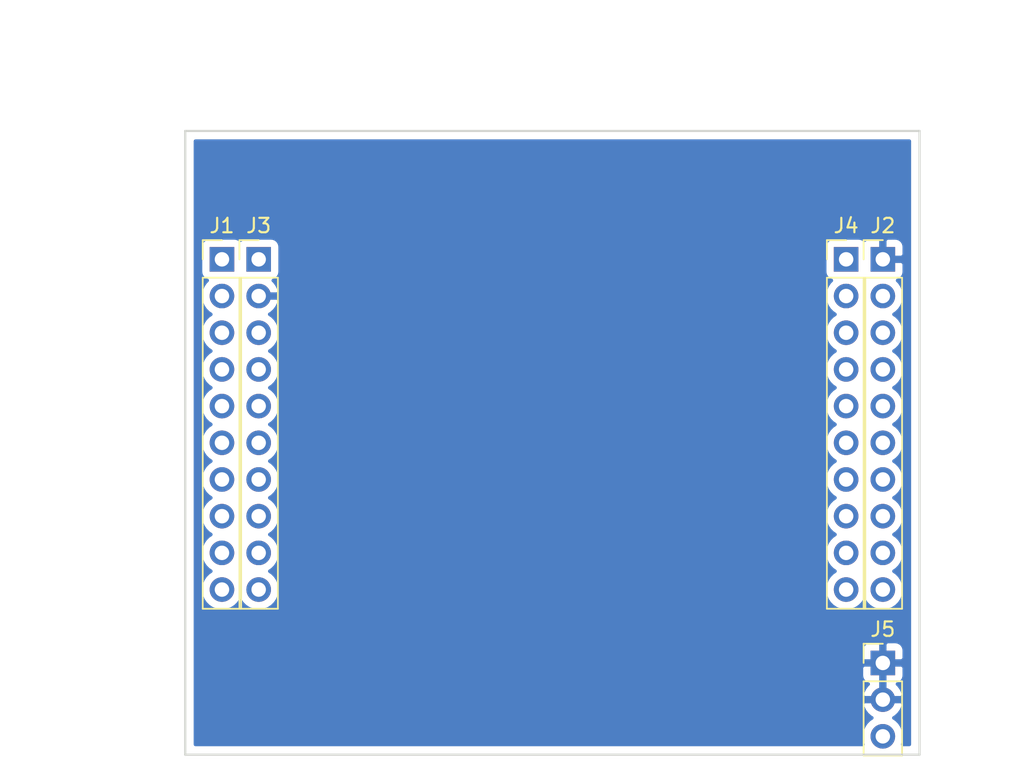
<source format=kicad_pcb>
(kicad_pcb (version 20171130) (host pcbnew "(5.1.6)-1")

  (general
    (thickness 1.6)
    (drawings 10)
    (tracks 0)
    (zones 0)
    (modules 5)
    (nets 3)
  )

  (page A3)
  (layers
    (0 F.Cu signal)
    (31 B.Cu signal)
    (32 B.Adhes user)
    (33 F.Adhes user)
    (34 B.Paste user)
    (35 F.Paste user)
    (36 B.SilkS user)
    (37 F.SilkS user)
    (38 B.Mask user)
    (39 F.Mask user)
    (40 Dwgs.User user)
    (41 Cmts.User user)
    (42 Eco1.User user)
    (43 Eco2.User user)
    (44 Edge.Cuts user)
    (45 Margin user)
    (46 B.CrtYd user)
    (47 F.CrtYd user)
  )

  (setup
    (last_trace_width 0.254)
    (trace_clearance 0.254)
    (zone_clearance 0.508)
    (zone_45_only no)
    (trace_min 0.254)
    (via_size 0.889)
    (via_drill 0.635)
    (via_min_size 0.889)
    (via_min_drill 0.508)
    (uvia_size 0.508)
    (uvia_drill 0.127)
    (uvias_allowed no)
    (uvia_min_size 0.508)
    (uvia_min_drill 0.127)
    (edge_width 0.14986)
    (segment_width 0.20066)
    (pcb_text_width 0.254)
    (pcb_text_size 1.27 1.27)
    (mod_edge_width 0.14986)
    (mod_text_size 1.27 1.27)
    (mod_text_width 0.254)
    (pad_size 1 1)
    (pad_drill 0.6)
    (pad_to_mask_clearance 0)
    (aux_axis_origin 0 0)
    (visible_elements 7FFFFFFF)
    (pcbplotparams
      (layerselection 0x00030_ffffffff)
      (usegerberextensions true)
      (usegerberattributes false)
      (usegerberadvancedattributes false)
      (creategerberjobfile false)
      (excludeedgelayer true)
      (linewidth 0.150000)
      (plotframeref false)
      (viasonmask false)
      (mode 1)
      (useauxorigin false)
      (hpglpennumber 1)
      (hpglpenspeed 20)
      (hpglpendiameter 15.000000)
      (psnegative false)
      (psa4output false)
      (plotreference true)
      (plotvalue true)
      (plotinvisibletext false)
      (padsonsilk false)
      (subtractmaskfromsilk false)
      (outputformat 1)
      (mirror false)
      (drillshape 1)
      (scaleselection 1)
      (outputdirectory ""))
  )

  (net 0 "")
  (net 1 GND)
  (net 2 VCC)

  (net_class Default "This is the default net class."
    (clearance 0.254)
    (trace_width 0.254)
    (via_dia 0.889)
    (via_drill 0.635)
    (uvia_dia 0.508)
    (uvia_drill 0.127)
    (diff_pair_width 0.254)
    (diff_pair_gap 0.254)
    (add_net GND)
    (add_net VCC)
  )

  (module Connector_PinHeader_2.54mm:PinHeader_1x03_P2.54mm_Vertical (layer F.Cu) (tedit 59FED5CC) (tstamp 5F1461EA)
    (at 231.14 149.86)
    (descr "Through hole straight pin header, 1x03, 2.54mm pitch, single row")
    (tags "Through hole pin header THT 1x03 2.54mm single row")
    (path /5F1555B0)
    (fp_text reference J5 (at 0 -2.33) (layer F.SilkS)
      (effects (font (size 1 1) (thickness 0.15)))
    )
    (fp_text value Conn_01x03 (at 0 7.41) (layer F.Fab)
      (effects (font (size 1 1) (thickness 0.15)))
    )
    (fp_text user %R (at 0 2.54 90) (layer F.Fab)
      (effects (font (size 1 1) (thickness 0.15)))
    )
    (fp_line (start -0.635 -1.27) (end 1.27 -1.27) (layer F.Fab) (width 0.1))
    (fp_line (start 1.27 -1.27) (end 1.27 6.35) (layer F.Fab) (width 0.1))
    (fp_line (start 1.27 6.35) (end -1.27 6.35) (layer F.Fab) (width 0.1))
    (fp_line (start -1.27 6.35) (end -1.27 -0.635) (layer F.Fab) (width 0.1))
    (fp_line (start -1.27 -0.635) (end -0.635 -1.27) (layer F.Fab) (width 0.1))
    (fp_line (start -1.33 6.41) (end 1.33 6.41) (layer F.SilkS) (width 0.12))
    (fp_line (start -1.33 1.27) (end -1.33 6.41) (layer F.SilkS) (width 0.12))
    (fp_line (start 1.33 1.27) (end 1.33 6.41) (layer F.SilkS) (width 0.12))
    (fp_line (start -1.33 1.27) (end 1.33 1.27) (layer F.SilkS) (width 0.12))
    (fp_line (start -1.33 0) (end -1.33 -1.33) (layer F.SilkS) (width 0.12))
    (fp_line (start -1.33 -1.33) (end 0 -1.33) (layer F.SilkS) (width 0.12))
    (fp_line (start -1.8 -1.8) (end -1.8 6.85) (layer F.CrtYd) (width 0.05))
    (fp_line (start -1.8 6.85) (end 1.8 6.85) (layer F.CrtYd) (width 0.05))
    (fp_line (start 1.8 6.85) (end 1.8 -1.8) (layer F.CrtYd) (width 0.05))
    (fp_line (start 1.8 -1.8) (end -1.8 -1.8) (layer F.CrtYd) (width 0.05))
    (pad 3 thru_hole oval (at 0 5.08) (size 1.7 1.7) (drill 1) (layers *.Cu *.Mask)
      (net 2 VCC))
    (pad 2 thru_hole oval (at 0 2.54) (size 1.7 1.7) (drill 1) (layers *.Cu *.Mask)
      (net 1 GND))
    (pad 1 thru_hole rect (at 0 0) (size 1.7 1.7) (drill 1) (layers *.Cu *.Mask)
      (net 1 GND))
    (model ${KISYS3DMOD}/Connector_PinHeader_2.54mm.3dshapes/PinHeader_1x03_P2.54mm_Vertical.wrl
      (at (xyz 0 0 0))
      (scale (xyz 1 1 1))
      (rotate (xyz 0 0 0))
    )
  )

  (module Connector_PinHeader_2.54mm:PinHeader_1x10_P2.54mm_Vertical (layer F.Cu) (tedit 59FED5CC) (tstamp 5A7B9D5E)
    (at 228.6 121.92)
    (descr "Through hole straight pin header, 1x10, 2.54mm pitch, single row")
    (tags "Through hole pin header THT 1x10 2.54mm single row")
    (path /5080DC12)
    (fp_text reference J4 (at 0 -2.33) (layer F.SilkS)
      (effects (font (size 1 1) (thickness 0.15)))
    )
    (fp_text value Ti_Booster_40_J4 (at 0 25.19) (layer F.Fab)
      (effects (font (size 1 1) (thickness 0.15)))
    )
    (fp_text user %R (at 0 11.43 90) (layer F.Fab)
      (effects (font (size 1 1) (thickness 0.15)))
    )
    (fp_line (start -0.635 -1.27) (end 1.27 -1.27) (layer F.Fab) (width 0.1))
    (fp_line (start 1.27 -1.27) (end 1.27 24.13) (layer F.Fab) (width 0.1))
    (fp_line (start 1.27 24.13) (end -1.27 24.13) (layer F.Fab) (width 0.1))
    (fp_line (start -1.27 24.13) (end -1.27 -0.635) (layer F.Fab) (width 0.1))
    (fp_line (start -1.27 -0.635) (end -0.635 -1.27) (layer F.Fab) (width 0.1))
    (fp_line (start -1.33 24.19) (end 1.33 24.19) (layer F.SilkS) (width 0.12))
    (fp_line (start -1.33 1.27) (end -1.33 24.19) (layer F.SilkS) (width 0.12))
    (fp_line (start 1.33 1.27) (end 1.33 24.19) (layer F.SilkS) (width 0.12))
    (fp_line (start -1.33 1.27) (end 1.33 1.27) (layer F.SilkS) (width 0.12))
    (fp_line (start -1.33 0) (end -1.33 -1.33) (layer F.SilkS) (width 0.12))
    (fp_line (start -1.33 -1.33) (end 0 -1.33) (layer F.SilkS) (width 0.12))
    (fp_line (start -1.8 -1.8) (end -1.8 24.65) (layer F.CrtYd) (width 0.05))
    (fp_line (start -1.8 24.65) (end 1.8 24.65) (layer F.CrtYd) (width 0.05))
    (fp_line (start 1.8 24.65) (end 1.8 -1.8) (layer F.CrtYd) (width 0.05))
    (fp_line (start 1.8 -1.8) (end -1.8 -1.8) (layer F.CrtYd) (width 0.05))
    (pad 10 thru_hole oval (at 0 22.86) (size 1.7 1.7) (drill 1) (layers *.Cu *.Mask))
    (pad 9 thru_hole oval (at 0 20.32) (size 1.7 1.7) (drill 1) (layers *.Cu *.Mask))
    (pad 8 thru_hole oval (at 0 17.78) (size 1.7 1.7) (drill 1) (layers *.Cu *.Mask))
    (pad 7 thru_hole oval (at 0 15.24) (size 1.7 1.7) (drill 1) (layers *.Cu *.Mask))
    (pad 6 thru_hole oval (at 0 12.7) (size 1.7 1.7) (drill 1) (layers *.Cu *.Mask))
    (pad 5 thru_hole oval (at 0 10.16) (size 1.7 1.7) (drill 1) (layers *.Cu *.Mask))
    (pad 4 thru_hole oval (at 0 7.62) (size 1.7 1.7) (drill 1) (layers *.Cu *.Mask))
    (pad 3 thru_hole oval (at 0 5.08) (size 1.7 1.7) (drill 1) (layers *.Cu *.Mask))
    (pad 2 thru_hole oval (at 0 2.54) (size 1.7 1.7) (drill 1) (layers *.Cu *.Mask))
    (pad 1 thru_hole rect (at 0 0) (size 1.7 1.7) (drill 1) (layers *.Cu *.Mask))
    (model ${KISYS3DMOD}/Connector_PinHeader_2.54mm.3dshapes/PinHeader_1x10_P2.54mm_Vertical.wrl
      (at (xyz 0 0 0))
      (scale (xyz 1 1 1))
      (rotate (xyz 0 0 0))
    )
  )

  (module Connector_PinHeader_2.54mm:PinHeader_1x10_P2.54mm_Vertical (layer F.Cu) (tedit 59FED5CC) (tstamp 5A7B9DB5)
    (at 187.96 121.92)
    (descr "Through hole straight pin header, 1x10, 2.54mm pitch, single row")
    (tags "Through hole pin header THT 1x10 2.54mm single row")
    (path /5080DC03)
    (fp_text reference J3 (at 0 -2.33) (layer F.SilkS)
      (effects (font (size 1 1) (thickness 0.15)))
    )
    (fp_text value Ti_Booster_40_J3 (at 0 25.19) (layer F.Fab)
      (effects (font (size 1 1) (thickness 0.15)))
    )
    (fp_text user %R (at 0 11.43 90) (layer F.Fab)
      (effects (font (size 1 1) (thickness 0.15)))
    )
    (fp_line (start -0.635 -1.27) (end 1.27 -1.27) (layer F.Fab) (width 0.1))
    (fp_line (start 1.27 -1.27) (end 1.27 24.13) (layer F.Fab) (width 0.1))
    (fp_line (start 1.27 24.13) (end -1.27 24.13) (layer F.Fab) (width 0.1))
    (fp_line (start -1.27 24.13) (end -1.27 -0.635) (layer F.Fab) (width 0.1))
    (fp_line (start -1.27 -0.635) (end -0.635 -1.27) (layer F.Fab) (width 0.1))
    (fp_line (start -1.33 24.19) (end 1.33 24.19) (layer F.SilkS) (width 0.12))
    (fp_line (start -1.33 1.27) (end -1.33 24.19) (layer F.SilkS) (width 0.12))
    (fp_line (start 1.33 1.27) (end 1.33 24.19) (layer F.SilkS) (width 0.12))
    (fp_line (start -1.33 1.27) (end 1.33 1.27) (layer F.SilkS) (width 0.12))
    (fp_line (start -1.33 0) (end -1.33 -1.33) (layer F.SilkS) (width 0.12))
    (fp_line (start -1.33 -1.33) (end 0 -1.33) (layer F.SilkS) (width 0.12))
    (fp_line (start -1.8 -1.8) (end -1.8 24.65) (layer F.CrtYd) (width 0.05))
    (fp_line (start -1.8 24.65) (end 1.8 24.65) (layer F.CrtYd) (width 0.05))
    (fp_line (start 1.8 24.65) (end 1.8 -1.8) (layer F.CrtYd) (width 0.05))
    (fp_line (start 1.8 -1.8) (end -1.8 -1.8) (layer F.CrtYd) (width 0.05))
    (pad 10 thru_hole oval (at 0 22.86) (size 1.7 1.7) (drill 1) (layers *.Cu *.Mask))
    (pad 9 thru_hole oval (at 0 20.32) (size 1.7 1.7) (drill 1) (layers *.Cu *.Mask))
    (pad 8 thru_hole oval (at 0 17.78) (size 1.7 1.7) (drill 1) (layers *.Cu *.Mask))
    (pad 7 thru_hole oval (at 0 15.24) (size 1.7 1.7) (drill 1) (layers *.Cu *.Mask))
    (pad 6 thru_hole oval (at 0 12.7) (size 1.7 1.7) (drill 1) (layers *.Cu *.Mask))
    (pad 5 thru_hole oval (at 0 10.16) (size 1.7 1.7) (drill 1) (layers *.Cu *.Mask))
    (pad 4 thru_hole oval (at 0 7.62) (size 1.7 1.7) (drill 1) (layers *.Cu *.Mask))
    (pad 3 thru_hole oval (at 0 5.08) (size 1.7 1.7) (drill 1) (layers *.Cu *.Mask))
    (pad 2 thru_hole oval (at 0 2.54) (size 1.7 1.7) (drill 1) (layers *.Cu *.Mask)
      (net 1 GND))
    (pad 1 thru_hole rect (at 0 0) (size 1.7 1.7) (drill 1) (layers *.Cu *.Mask))
    (model ${KISYS3DMOD}/Connector_PinHeader_2.54mm.3dshapes/PinHeader_1x10_P2.54mm_Vertical.wrl
      (at (xyz 0 0 0))
      (scale (xyz 1 1 1))
      (rotate (xyz 0 0 0))
    )
  )

  (module Connector_PinHeader_2.54mm:PinHeader_1x10_P2.54mm_Vertical (layer F.Cu) (tedit 59FED5CC) (tstamp 5A7B9D07)
    (at 231.14 121.92)
    (descr "Through hole straight pin header, 1x10, 2.54mm pitch, single row")
    (tags "Through hole pin header THT 1x10 2.54mm single row")
    (path /5080DBF4)
    (fp_text reference J2 (at 0 -2.33) (layer F.SilkS)
      (effects (font (size 1 1) (thickness 0.15)))
    )
    (fp_text value Ti_Booster_40_J2 (at 0 25.19) (layer F.Fab)
      (effects (font (size 1 1) (thickness 0.15)))
    )
    (fp_text user %R (at 0 11.43 90) (layer F.Fab)
      (effects (font (size 1 1) (thickness 0.15)))
    )
    (fp_line (start -0.635 -1.27) (end 1.27 -1.27) (layer F.Fab) (width 0.1))
    (fp_line (start 1.27 -1.27) (end 1.27 24.13) (layer F.Fab) (width 0.1))
    (fp_line (start 1.27 24.13) (end -1.27 24.13) (layer F.Fab) (width 0.1))
    (fp_line (start -1.27 24.13) (end -1.27 -0.635) (layer F.Fab) (width 0.1))
    (fp_line (start -1.27 -0.635) (end -0.635 -1.27) (layer F.Fab) (width 0.1))
    (fp_line (start -1.33 24.19) (end 1.33 24.19) (layer F.SilkS) (width 0.12))
    (fp_line (start -1.33 1.27) (end -1.33 24.19) (layer F.SilkS) (width 0.12))
    (fp_line (start 1.33 1.27) (end 1.33 24.19) (layer F.SilkS) (width 0.12))
    (fp_line (start -1.33 1.27) (end 1.33 1.27) (layer F.SilkS) (width 0.12))
    (fp_line (start -1.33 0) (end -1.33 -1.33) (layer F.SilkS) (width 0.12))
    (fp_line (start -1.33 -1.33) (end 0 -1.33) (layer F.SilkS) (width 0.12))
    (fp_line (start -1.8 -1.8) (end -1.8 24.65) (layer F.CrtYd) (width 0.05))
    (fp_line (start -1.8 24.65) (end 1.8 24.65) (layer F.CrtYd) (width 0.05))
    (fp_line (start 1.8 24.65) (end 1.8 -1.8) (layer F.CrtYd) (width 0.05))
    (fp_line (start 1.8 -1.8) (end -1.8 -1.8) (layer F.CrtYd) (width 0.05))
    (pad 10 thru_hole oval (at 0 22.86) (size 1.7 1.7) (drill 1) (layers *.Cu *.Mask))
    (pad 9 thru_hole oval (at 0 20.32) (size 1.7 1.7) (drill 1) (layers *.Cu *.Mask))
    (pad 8 thru_hole oval (at 0 17.78) (size 1.7 1.7) (drill 1) (layers *.Cu *.Mask))
    (pad 7 thru_hole oval (at 0 15.24) (size 1.7 1.7) (drill 1) (layers *.Cu *.Mask))
    (pad 6 thru_hole oval (at 0 12.7) (size 1.7 1.7) (drill 1) (layers *.Cu *.Mask))
    (pad 5 thru_hole oval (at 0 10.16) (size 1.7 1.7) (drill 1) (layers *.Cu *.Mask))
    (pad 4 thru_hole oval (at 0 7.62) (size 1.7 1.7) (drill 1) (layers *.Cu *.Mask))
    (pad 3 thru_hole oval (at 0 5.08) (size 1.7 1.7) (drill 1) (layers *.Cu *.Mask))
    (pad 2 thru_hole oval (at 0 2.54) (size 1.7 1.7) (drill 1) (layers *.Cu *.Mask))
    (pad 1 thru_hole rect (at 0 0) (size 1.7 1.7) (drill 1) (layers *.Cu *.Mask)
      (net 1 GND))
    (model ${KISYS3DMOD}/Connector_PinHeader_2.54mm.3dshapes/PinHeader_1x10_P2.54mm_Vertical.wrl
      (at (xyz 0 0 0))
      (scale (xyz 1 1 1))
      (rotate (xyz 0 0 0))
    )
  )

  (module Connector_PinHeader_2.54mm:PinHeader_1x10_P2.54mm_Vertical (layer F.Cu) (tedit 59FED5CC) (tstamp 5A7B9E0C)
    (at 185.42 121.92)
    (descr "Through hole straight pin header, 1x10, 2.54mm pitch, single row")
    (tags "Through hole pin header THT 1x10 2.54mm single row")
    (path /5080DB5C)
    (fp_text reference J1 (at 0 -2.33) (layer F.SilkS)
      (effects (font (size 1 1) (thickness 0.15)))
    )
    (fp_text value Ti_Booster_40_J1 (at 0 25.19) (layer F.Fab)
      (effects (font (size 1 1) (thickness 0.15)))
    )
    (fp_text user %R (at 0 11.43 90) (layer F.Fab)
      (effects (font (size 1 1) (thickness 0.15)))
    )
    (fp_line (start -0.635 -1.27) (end 1.27 -1.27) (layer F.Fab) (width 0.1))
    (fp_line (start 1.27 -1.27) (end 1.27 24.13) (layer F.Fab) (width 0.1))
    (fp_line (start 1.27 24.13) (end -1.27 24.13) (layer F.Fab) (width 0.1))
    (fp_line (start -1.27 24.13) (end -1.27 -0.635) (layer F.Fab) (width 0.1))
    (fp_line (start -1.27 -0.635) (end -0.635 -1.27) (layer F.Fab) (width 0.1))
    (fp_line (start -1.33 24.19) (end 1.33 24.19) (layer F.SilkS) (width 0.12))
    (fp_line (start -1.33 1.27) (end -1.33 24.19) (layer F.SilkS) (width 0.12))
    (fp_line (start 1.33 1.27) (end 1.33 24.19) (layer F.SilkS) (width 0.12))
    (fp_line (start -1.33 1.27) (end 1.33 1.27) (layer F.SilkS) (width 0.12))
    (fp_line (start -1.33 0) (end -1.33 -1.33) (layer F.SilkS) (width 0.12))
    (fp_line (start -1.33 -1.33) (end 0 -1.33) (layer F.SilkS) (width 0.12))
    (fp_line (start -1.8 -1.8) (end -1.8 24.65) (layer F.CrtYd) (width 0.05))
    (fp_line (start -1.8 24.65) (end 1.8 24.65) (layer F.CrtYd) (width 0.05))
    (fp_line (start 1.8 24.65) (end 1.8 -1.8) (layer F.CrtYd) (width 0.05))
    (fp_line (start 1.8 -1.8) (end -1.8 -1.8) (layer F.CrtYd) (width 0.05))
    (pad 10 thru_hole oval (at 0 22.86) (size 1.7 1.7) (drill 1) (layers *.Cu *.Mask))
    (pad 9 thru_hole oval (at 0 20.32) (size 1.7 1.7) (drill 1) (layers *.Cu *.Mask))
    (pad 8 thru_hole oval (at 0 17.78) (size 1.7 1.7) (drill 1) (layers *.Cu *.Mask))
    (pad 7 thru_hole oval (at 0 15.24) (size 1.7 1.7) (drill 1) (layers *.Cu *.Mask))
    (pad 6 thru_hole oval (at 0 12.7) (size 1.7 1.7) (drill 1) (layers *.Cu *.Mask))
    (pad 5 thru_hole oval (at 0 10.16) (size 1.7 1.7) (drill 1) (layers *.Cu *.Mask))
    (pad 4 thru_hole oval (at 0 7.62) (size 1.7 1.7) (drill 1) (layers *.Cu *.Mask))
    (pad 3 thru_hole oval (at 0 5.08) (size 1.7 1.7) (drill 1) (layers *.Cu *.Mask))
    (pad 2 thru_hole oval (at 0 2.54) (size 1.7 1.7) (drill 1) (layers *.Cu *.Mask))
    (pad 1 thru_hole rect (at 0 0) (size 1.7 1.7) (drill 1) (layers *.Cu *.Mask)
      (net 2 VCC))
    (model ${KISYS3DMOD}/Connector_PinHeader_2.54mm.3dshapes/PinHeader_1x10_P2.54mm_Vertical.wrl
      (at (xyz 0 0 0))
      (scale (xyz 1 1 1))
      (rotate (xyz 0 0 0))
    )
  )

  (dimension 45.72 (width 0.254) (layer Dwgs.User)
    (gr_text "1800 mils" (at 208.28 108.712) (layer Dwgs.User)
      (effects (font (size 1.27 1.27) (thickness 0.254)))
    )
    (feature1 (pts (xy 185.42 121.92) (xy 185.42 109.903579)))
    (feature2 (pts (xy 231.14 121.92) (xy 231.14 109.903579)))
    (crossbar (pts (xy 231.14 110.49) (xy 185.42 110.49)))
    (arrow1a (pts (xy 185.42 110.49) (xy 186.546504 109.903579)))
    (arrow1b (pts (xy 185.42 110.49) (xy 186.546504 111.076421)))
    (arrow2a (pts (xy 231.14 110.49) (xy 230.013496 109.903579)))
    (arrow2b (pts (xy 231.14 110.49) (xy 230.013496 111.076421)))
  )
  (gr_line (start 182.88 147.32) (end 233.68 147.32) (layer Dwgs.User) (width 0.254))
  (dimension 43.18 (width 0.254) (layer Dwgs.User)
    (gr_text "1700 mils" (at 174.752 134.62 270) (layer Dwgs.User)
      (effects (font (size 1.27 1.27) (thickness 0.254)))
    )
    (feature1 (pts (xy 182.88 156.21) (xy 175.943579 156.21)))
    (feature2 (pts (xy 182.88 113.03) (xy 175.943579 113.03)))
    (crossbar (pts (xy 176.53 113.03) (xy 176.53 156.21)))
    (arrow1a (pts (xy 176.53 156.21) (xy 175.943579 155.083496)))
    (arrow1b (pts (xy 176.53 156.21) (xy 177.116421 155.083496)))
    (arrow2a (pts (xy 176.53 113.03) (xy 175.943579 114.156504)))
    (arrow2b (pts (xy 176.53 113.03) (xy 177.116421 114.156504)))
  )
  (dimension 34.29 (width 0.254) (layer Dwgs.User)
    (gr_text "1350 mils" (at 178.84 130.175 270) (layer Dwgs.User)
      (effects (font (size 1.27 1.27) (thickness 0.254)))
    )
    (feature1 (pts (xy 182.88 147.32) (xy 179.753579 147.32)))
    (feature2 (pts (xy 182.88 113.03) (xy 179.753579 113.03)))
    (crossbar (pts (xy 180.34 113.03) (xy 180.34 147.32)))
    (arrow1a (pts (xy 180.34 147.32) (xy 179.753579 146.193496)))
    (arrow1b (pts (xy 180.34 147.32) (xy 180.926421 146.193496)))
    (arrow2a (pts (xy 180.34 113.03) (xy 179.753579 114.156504)))
    (arrow2b (pts (xy 180.34 113.03) (xy 180.926421 114.156504)))
  )
  (dimension 8.89 (width 0.254) (layer Dwgs.User)
    (gr_text "350 mils" (at 238.49 117.475 90) (layer Dwgs.User)
      (effects (font (size 1.27 1.27) (thickness 0.254)))
    )
    (feature1 (pts (xy 231.14 113.03) (xy 239.49 113.03)))
    (feature2 (pts (xy 231.14 121.92) (xy 239.49 121.92)))
    (crossbar (pts (xy 237.49 121.92) (xy 237.49 113.03)))
    (arrow1a (pts (xy 237.49 113.03) (xy 238.07642 114.156503)))
    (arrow1b (pts (xy 237.49 113.03) (xy 236.90358 114.156503)))
    (arrow2a (pts (xy 237.49 121.92) (xy 238.07642 120.793497)))
    (arrow2b (pts (xy 237.49 121.92) (xy 236.90358 120.793497)))
  )
  (gr_line (start 233.68 156.21) (end 182.88 156.21) (angle 90) (layer Edge.Cuts) (width 0.15))
  (dimension 50.8 (width 0.254) (layer Dwgs.User)
    (gr_text "2000 mils" (at 208.28 104.902) (layer Dwgs.User)
      (effects (font (size 1.27 1.27) (thickness 0.254)))
    )
    (feature1 (pts (xy 233.68 113.03) (xy 233.68 106.093579)))
    (feature2 (pts (xy 182.88 113.03) (xy 182.88 106.093579)))
    (crossbar (pts (xy 182.88 106.68) (xy 233.68 106.68)))
    (arrow1a (pts (xy 233.68 106.68) (xy 232.553496 107.266421)))
    (arrow1b (pts (xy 233.68 106.68) (xy 232.553496 106.093579)))
    (arrow2a (pts (xy 182.88 106.68) (xy 184.006504 107.266421)))
    (arrow2b (pts (xy 182.88 106.68) (xy 184.006504 106.093579)))
  )
  (gr_line (start 182.88 156.21) (end 182.88 113.03) (angle 90) (layer Edge.Cuts) (width 0.14986))
  (gr_line (start 233.68 113.03) (end 233.68 156.21) (angle 90) (layer Edge.Cuts) (width 0.14986))
  (gr_line (start 182.88 113.03) (end 233.68 113.03) (angle 90) (layer Edge.Cuts) (width 0.15))

  (zone (net 1) (net_name GND) (layer B.Cu) (tstamp 0) (hatch edge 0.508)
    (connect_pads (clearance 0.508))
    (min_thickness 0.254)
    (fill yes (arc_segments 32) (thermal_gap 0.508) (thermal_bridge_width 0.508))
    (polygon
      (pts
        (xy 233.68 156.21) (xy 182.88 156.21) (xy 182.88 113.03) (xy 233.68 113.03)
      )
    )
    (filled_polygon
      (pts
        (xy 232.970071 155.5) (xy 232.515393 155.5) (xy 232.567932 155.373158) (xy 232.625 155.08626) (xy 232.625 154.79374)
        (xy 232.567932 154.506842) (xy 232.45599 154.236589) (xy 232.293475 153.993368) (xy 232.086632 153.786525) (xy 231.904466 153.664805)
        (xy 232.021355 153.595178) (xy 232.237588 153.400269) (xy 232.411641 153.16692) (xy 232.536825 152.904099) (xy 232.581476 152.75689)
        (xy 232.460155 152.527) (xy 231.267 152.527) (xy 231.267 152.547) (xy 231.013 152.547) (xy 231.013 152.527)
        (xy 229.819845 152.527) (xy 229.698524 152.75689) (xy 229.743175 152.904099) (xy 229.868359 153.16692) (xy 230.042412 153.400269)
        (xy 230.258645 153.595178) (xy 230.375534 153.664805) (xy 230.193368 153.786525) (xy 229.986525 153.993368) (xy 229.82401 154.236589)
        (xy 229.712068 154.506842) (xy 229.655 154.79374) (xy 229.655 155.08626) (xy 229.712068 155.373158) (xy 229.764607 155.5)
        (xy 183.58993 155.5) (xy 183.58993 150.71) (xy 229.651928 150.71) (xy 229.664188 150.834482) (xy 229.700498 150.95418)
        (xy 229.759463 151.064494) (xy 229.838815 151.161185) (xy 229.935506 151.240537) (xy 230.04582 151.299502) (xy 230.126466 151.323966)
        (xy 230.042412 151.399731) (xy 229.868359 151.63308) (xy 229.743175 151.895901) (xy 229.698524 152.04311) (xy 229.819845 152.273)
        (xy 231.013 152.273) (xy 231.013 149.987) (xy 231.267 149.987) (xy 231.267 152.273) (xy 232.460155 152.273)
        (xy 232.581476 152.04311) (xy 232.536825 151.895901) (xy 232.411641 151.63308) (xy 232.237588 151.399731) (xy 232.153534 151.323966)
        (xy 232.23418 151.299502) (xy 232.344494 151.240537) (xy 232.441185 151.161185) (xy 232.520537 151.064494) (xy 232.579502 150.95418)
        (xy 232.615812 150.834482) (xy 232.628072 150.71) (xy 232.625 150.14575) (xy 232.46625 149.987) (xy 231.267 149.987)
        (xy 231.013 149.987) (xy 229.81375 149.987) (xy 229.655 150.14575) (xy 229.651928 150.71) (xy 183.58993 150.71)
        (xy 183.58993 149.01) (xy 229.651928 149.01) (xy 229.655 149.57425) (xy 229.81375 149.733) (xy 231.013 149.733)
        (xy 231.013 148.53375) (xy 231.267 148.53375) (xy 231.267 149.733) (xy 232.46625 149.733) (xy 232.625 149.57425)
        (xy 232.628072 149.01) (xy 232.615812 148.885518) (xy 232.579502 148.76582) (xy 232.520537 148.655506) (xy 232.441185 148.558815)
        (xy 232.344494 148.479463) (xy 232.23418 148.420498) (xy 232.114482 148.384188) (xy 231.99 148.371928) (xy 231.42575 148.375)
        (xy 231.267 148.53375) (xy 231.013 148.53375) (xy 230.85425 148.375) (xy 230.29 148.371928) (xy 230.165518 148.384188)
        (xy 230.04582 148.420498) (xy 229.935506 148.479463) (xy 229.838815 148.558815) (xy 229.759463 148.655506) (xy 229.700498 148.76582)
        (xy 229.664188 148.885518) (xy 229.651928 149.01) (xy 183.58993 149.01) (xy 183.58993 121.07) (xy 183.931928 121.07)
        (xy 183.931928 122.77) (xy 183.944188 122.894482) (xy 183.980498 123.01418) (xy 184.039463 123.124494) (xy 184.118815 123.221185)
        (xy 184.215506 123.300537) (xy 184.32582 123.359502) (xy 184.39838 123.381513) (xy 184.266525 123.513368) (xy 184.10401 123.756589)
        (xy 183.992068 124.026842) (xy 183.935 124.31374) (xy 183.935 124.60626) (xy 183.992068 124.893158) (xy 184.10401 125.163411)
        (xy 184.266525 125.406632) (xy 184.473368 125.613475) (xy 184.64776 125.73) (xy 184.473368 125.846525) (xy 184.266525 126.053368)
        (xy 184.10401 126.296589) (xy 183.992068 126.566842) (xy 183.935 126.85374) (xy 183.935 127.14626) (xy 183.992068 127.433158)
        (xy 184.10401 127.703411) (xy 184.266525 127.946632) (xy 184.473368 128.153475) (xy 184.64776 128.27) (xy 184.473368 128.386525)
        (xy 184.266525 128.593368) (xy 184.10401 128.836589) (xy 183.992068 129.106842) (xy 183.935 129.39374) (xy 183.935 129.68626)
        (xy 183.992068 129.973158) (xy 184.10401 130.243411) (xy 184.266525 130.486632) (xy 184.473368 130.693475) (xy 184.64776 130.81)
        (xy 184.473368 130.926525) (xy 184.266525 131.133368) (xy 184.10401 131.376589) (xy 183.992068 131.646842) (xy 183.935 131.93374)
        (xy 183.935 132.22626) (xy 183.992068 132.513158) (xy 184.10401 132.783411) (xy 184.266525 133.026632) (xy 184.473368 133.233475)
        (xy 184.64776 133.35) (xy 184.473368 133.466525) (xy 184.266525 133.673368) (xy 184.10401 133.916589) (xy 183.992068 134.186842)
        (xy 183.935 134.47374) (xy 183.935 134.76626) (xy 183.992068 135.053158) (xy 184.10401 135.323411) (xy 184.266525 135.566632)
        (xy 184.473368 135.773475) (xy 184.64776 135.89) (xy 184.473368 136.006525) (xy 184.266525 136.213368) (xy 184.10401 136.456589)
        (xy 183.992068 136.726842) (xy 183.935 137.01374) (xy 183.935 137.30626) (xy 183.992068 137.593158) (xy 184.10401 137.863411)
        (xy 184.266525 138.106632) (xy 184.473368 138.313475) (xy 184.64776 138.43) (xy 184.473368 138.546525) (xy 184.266525 138.753368)
        (xy 184.10401 138.996589) (xy 183.992068 139.266842) (xy 183.935 139.55374) (xy 183.935 139.84626) (xy 183.992068 140.133158)
        (xy 184.10401 140.403411) (xy 184.266525 140.646632) (xy 184.473368 140.853475) (xy 184.64776 140.97) (xy 184.473368 141.086525)
        (xy 184.266525 141.293368) (xy 184.10401 141.536589) (xy 183.992068 141.806842) (xy 183.935 142.09374) (xy 183.935 142.38626)
        (xy 183.992068 142.673158) (xy 184.10401 142.943411) (xy 184.266525 143.186632) (xy 184.473368 143.393475) (xy 184.64776 143.51)
        (xy 184.473368 143.626525) (xy 184.266525 143.833368) (xy 184.10401 144.076589) (xy 183.992068 144.346842) (xy 183.935 144.63374)
        (xy 183.935 144.92626) (xy 183.992068 145.213158) (xy 184.10401 145.483411) (xy 184.266525 145.726632) (xy 184.473368 145.933475)
        (xy 184.716589 146.09599) (xy 184.986842 146.207932) (xy 185.27374 146.265) (xy 185.56626 146.265) (xy 185.853158 146.207932)
        (xy 186.123411 146.09599) (xy 186.366632 145.933475) (xy 186.573475 145.726632) (xy 186.69 145.55224) (xy 186.806525 145.726632)
        (xy 187.013368 145.933475) (xy 187.256589 146.09599) (xy 187.526842 146.207932) (xy 187.81374 146.265) (xy 188.10626 146.265)
        (xy 188.393158 146.207932) (xy 188.663411 146.09599) (xy 188.906632 145.933475) (xy 189.113475 145.726632) (xy 189.27599 145.483411)
        (xy 189.387932 145.213158) (xy 189.445 144.92626) (xy 189.445 144.63374) (xy 189.387932 144.346842) (xy 189.27599 144.076589)
        (xy 189.113475 143.833368) (xy 188.906632 143.626525) (xy 188.73224 143.51) (xy 188.906632 143.393475) (xy 189.113475 143.186632)
        (xy 189.27599 142.943411) (xy 189.387932 142.673158) (xy 189.445 142.38626) (xy 189.445 142.09374) (xy 189.387932 141.806842)
        (xy 189.27599 141.536589) (xy 189.113475 141.293368) (xy 188.906632 141.086525) (xy 188.73224 140.97) (xy 188.906632 140.853475)
        (xy 189.113475 140.646632) (xy 189.27599 140.403411) (xy 189.387932 140.133158) (xy 189.445 139.84626) (xy 189.445 139.55374)
        (xy 189.387932 139.266842) (xy 189.27599 138.996589) (xy 189.113475 138.753368) (xy 188.906632 138.546525) (xy 188.73224 138.43)
        (xy 188.906632 138.313475) (xy 189.113475 138.106632) (xy 189.27599 137.863411) (xy 189.387932 137.593158) (xy 189.445 137.30626)
        (xy 189.445 137.01374) (xy 189.387932 136.726842) (xy 189.27599 136.456589) (xy 189.113475 136.213368) (xy 188.906632 136.006525)
        (xy 188.73224 135.89) (xy 188.906632 135.773475) (xy 189.113475 135.566632) (xy 189.27599 135.323411) (xy 189.387932 135.053158)
        (xy 189.445 134.76626) (xy 189.445 134.47374) (xy 189.387932 134.186842) (xy 189.27599 133.916589) (xy 189.113475 133.673368)
        (xy 188.906632 133.466525) (xy 188.73224 133.35) (xy 188.906632 133.233475) (xy 189.113475 133.026632) (xy 189.27599 132.783411)
        (xy 189.387932 132.513158) (xy 189.445 132.22626) (xy 189.445 131.93374) (xy 189.387932 131.646842) (xy 189.27599 131.376589)
        (xy 189.113475 131.133368) (xy 188.906632 130.926525) (xy 188.73224 130.81) (xy 188.906632 130.693475) (xy 189.113475 130.486632)
        (xy 189.27599 130.243411) (xy 189.387932 129.973158) (xy 189.445 129.68626) (xy 189.445 129.39374) (xy 189.387932 129.106842)
        (xy 189.27599 128.836589) (xy 189.113475 128.593368) (xy 188.906632 128.386525) (xy 188.73224 128.27) (xy 188.906632 128.153475)
        (xy 189.113475 127.946632) (xy 189.27599 127.703411) (xy 189.387932 127.433158) (xy 189.445 127.14626) (xy 189.445 126.85374)
        (xy 189.387932 126.566842) (xy 189.27599 126.296589) (xy 189.113475 126.053368) (xy 188.906632 125.846525) (xy 188.724466 125.724805)
        (xy 188.841355 125.655178) (xy 189.057588 125.460269) (xy 189.231641 125.22692) (xy 189.356825 124.964099) (xy 189.401476 124.81689)
        (xy 189.280155 124.587) (xy 188.087 124.587) (xy 188.087 124.607) (xy 187.833 124.607) (xy 187.833 124.587)
        (xy 187.813 124.587) (xy 187.813 124.333) (xy 187.833 124.333) (xy 187.833 124.313) (xy 188.087 124.313)
        (xy 188.087 124.333) (xy 189.280155 124.333) (xy 189.401476 124.10311) (xy 189.356825 123.955901) (xy 189.231641 123.69308)
        (xy 189.057588 123.459731) (xy 188.973534 123.383966) (xy 189.05418 123.359502) (xy 189.164494 123.300537) (xy 189.261185 123.221185)
        (xy 189.340537 123.124494) (xy 189.399502 123.01418) (xy 189.435812 122.894482) (xy 189.448072 122.77) (xy 189.448072 121.07)
        (xy 227.111928 121.07) (xy 227.111928 122.77) (xy 227.124188 122.894482) (xy 227.160498 123.01418) (xy 227.219463 123.124494)
        (xy 227.298815 123.221185) (xy 227.395506 123.300537) (xy 227.50582 123.359502) (xy 227.57838 123.381513) (xy 227.446525 123.513368)
        (xy 227.28401 123.756589) (xy 227.172068 124.026842) (xy 227.115 124.31374) (xy 227.115 124.60626) (xy 227.172068 124.893158)
        (xy 227.28401 125.163411) (xy 227.446525 125.406632) (xy 227.653368 125.613475) (xy 227.82776 125.73) (xy 227.653368 125.846525)
        (xy 227.446525 126.053368) (xy 227.28401 126.296589) (xy 227.172068 126.566842) (xy 227.115 126.85374) (xy 227.115 127.14626)
        (xy 227.172068 127.433158) (xy 227.28401 127.703411) (xy 227.446525 127.946632) (xy 227.653368 128.153475) (xy 227.82776 128.27)
        (xy 227.653368 128.386525) (xy 227.446525 128.593368) (xy 227.28401 128.836589) (xy 227.172068 129.106842) (xy 227.115 129.39374)
        (xy 227.115 129.68626) (xy 227.172068 129.973158) (xy 227.28401 130.243411) (xy 227.446525 130.486632) (xy 227.653368 130.693475)
        (xy 227.82776 130.81) (xy 227.653368 130.926525) (xy 227.446525 131.133368) (xy 227.28401 131.376589) (xy 227.172068 131.646842)
        (xy 227.115 131.93374) (xy 227.115 132.22626) (xy 227.172068 132.513158) (xy 227.28401 132.783411) (xy 227.446525 133.026632)
        (xy 227.653368 133.233475) (xy 227.82776 133.35) (xy 227.653368 133.466525) (xy 227.446525 133.673368) (xy 227.28401 133.916589)
        (xy 227.172068 134.186842) (xy 227.115 134.47374) (xy 227.115 134.76626) (xy 227.172068 135.053158) (xy 227.28401 135.323411)
        (xy 227.446525 135.566632) (xy 227.653368 135.773475) (xy 227.82776 135.89) (xy 227.653368 136.006525) (xy 227.446525 136.213368)
        (xy 227.28401 136.456589) (xy 227.172068 136.726842) (xy 227.115 137.01374) (xy 227.115 137.30626) (xy 227.172068 137.593158)
        (xy 227.28401 137.863411) (xy 227.446525 138.106632) (xy 227.653368 138.313475) (xy 227.82776 138.43) (xy 227.653368 138.546525)
        (xy 227.446525 138.753368) (xy 227.28401 138.996589) (xy 227.172068 139.266842) (xy 227.115 139.55374) (xy 227.115 139.84626)
        (xy 227.172068 140.133158) (xy 227.28401 140.403411) (xy 227.446525 140.646632) (xy 227.653368 140.853475) (xy 227.82776 140.97)
        (xy 227.653368 141.086525) (xy 227.446525 141.293368) (xy 227.28401 141.536589) (xy 227.172068 141.806842) (xy 227.115 142.09374)
        (xy 227.115 142.38626) (xy 227.172068 142.673158) (xy 227.28401 142.943411) (xy 227.446525 143.186632) (xy 227.653368 143.393475)
        (xy 227.82776 143.51) (xy 227.653368 143.626525) (xy 227.446525 143.833368) (xy 227.28401 144.076589) (xy 227.172068 144.346842)
        (xy 227.115 144.63374) (xy 227.115 144.92626) (xy 227.172068 145.213158) (xy 227.28401 145.483411) (xy 227.446525 145.726632)
        (xy 227.653368 145.933475) (xy 227.896589 146.09599) (xy 228.166842 146.207932) (xy 228.45374 146.265) (xy 228.74626 146.265)
        (xy 229.033158 146.207932) (xy 229.303411 146.09599) (xy 229.546632 145.933475) (xy 229.753475 145.726632) (xy 229.87 145.55224)
        (xy 229.986525 145.726632) (xy 230.193368 145.933475) (xy 230.436589 146.09599) (xy 230.706842 146.207932) (xy 230.99374 146.265)
        (xy 231.28626 146.265) (xy 231.573158 146.207932) (xy 231.843411 146.09599) (xy 232.086632 145.933475) (xy 232.293475 145.726632)
        (xy 232.45599 145.483411) (xy 232.567932 145.213158) (xy 232.625 144.92626) (xy 232.625 144.63374) (xy 232.567932 144.346842)
        (xy 232.45599 144.076589) (xy 232.293475 143.833368) (xy 232.086632 143.626525) (xy 231.91224 143.51) (xy 232.086632 143.393475)
        (xy 232.293475 143.186632) (xy 232.45599 142.943411) (xy 232.567932 142.673158) (xy 232.625 142.38626) (xy 232.625 142.09374)
        (xy 232.567932 141.806842) (xy 232.45599 141.536589) (xy 232.293475 141.293368) (xy 232.086632 141.086525) (xy 231.91224 140.97)
        (xy 232.086632 140.853475) (xy 232.293475 140.646632) (xy 232.45599 140.403411) (xy 232.567932 140.133158) (xy 232.625 139.84626)
        (xy 232.625 139.55374) (xy 232.567932 139.266842) (xy 232.45599 138.996589) (xy 232.293475 138.753368) (xy 232.086632 138.546525)
        (xy 231.91224 138.43) (xy 232.086632 138.313475) (xy 232.293475 138.106632) (xy 232.45599 137.863411) (xy 232.567932 137.593158)
        (xy 232.625 137.30626) (xy 232.625 137.01374) (xy 232.567932 136.726842) (xy 232.45599 136.456589) (xy 232.293475 136.213368)
        (xy 232.086632 136.006525) (xy 231.91224 135.89) (xy 232.086632 135.773475) (xy 232.293475 135.566632) (xy 232.45599 135.323411)
        (xy 232.567932 135.053158) (xy 232.625 134.76626) (xy 232.625 134.47374) (xy 232.567932 134.186842) (xy 232.45599 133.916589)
        (xy 232.293475 133.673368) (xy 232.086632 133.466525) (xy 231.91224 133.35) (xy 232.086632 133.233475) (xy 232.293475 133.026632)
        (xy 232.45599 132.783411) (xy 232.567932 132.513158) (xy 232.625 132.22626) (xy 232.625 131.93374) (xy 232.567932 131.646842)
        (xy 232.45599 131.376589) (xy 232.293475 131.133368) (xy 232.086632 130.926525) (xy 231.91224 130.81) (xy 232.086632 130.693475)
        (xy 232.293475 130.486632) (xy 232.45599 130.243411) (xy 232.567932 129.973158) (xy 232.625 129.68626) (xy 232.625 129.39374)
        (xy 232.567932 129.106842) (xy 232.45599 128.836589) (xy 232.293475 128.593368) (xy 232.086632 128.386525) (xy 231.91224 128.27)
        (xy 232.086632 128.153475) (xy 232.293475 127.946632) (xy 232.45599 127.703411) (xy 232.567932 127.433158) (xy 232.625 127.14626)
        (xy 232.625 126.85374) (xy 232.567932 126.566842) (xy 232.45599 126.296589) (xy 232.293475 126.053368) (xy 232.086632 125.846525)
        (xy 231.91224 125.73) (xy 232.086632 125.613475) (xy 232.293475 125.406632) (xy 232.45599 125.163411) (xy 232.567932 124.893158)
        (xy 232.625 124.60626) (xy 232.625 124.31374) (xy 232.567932 124.026842) (xy 232.45599 123.756589) (xy 232.293475 123.513368)
        (xy 232.16162 123.381513) (xy 232.23418 123.359502) (xy 232.344494 123.300537) (xy 232.441185 123.221185) (xy 232.520537 123.124494)
        (xy 232.579502 123.01418) (xy 232.615812 122.894482) (xy 232.628072 122.77) (xy 232.625 122.20575) (xy 232.46625 122.047)
        (xy 231.267 122.047) (xy 231.267 122.067) (xy 231.013 122.067) (xy 231.013 122.047) (xy 230.993 122.047)
        (xy 230.993 121.793) (xy 231.013 121.793) (xy 231.013 120.59375) (xy 231.267 120.59375) (xy 231.267 121.793)
        (xy 232.46625 121.793) (xy 232.625 121.63425) (xy 232.628072 121.07) (xy 232.615812 120.945518) (xy 232.579502 120.82582)
        (xy 232.520537 120.715506) (xy 232.441185 120.618815) (xy 232.344494 120.539463) (xy 232.23418 120.480498) (xy 232.114482 120.444188)
        (xy 231.99 120.431928) (xy 231.42575 120.435) (xy 231.267 120.59375) (xy 231.013 120.59375) (xy 230.85425 120.435)
        (xy 230.29 120.431928) (xy 230.165518 120.444188) (xy 230.04582 120.480498) (xy 229.935506 120.539463) (xy 229.87 120.593222)
        (xy 229.804494 120.539463) (xy 229.69418 120.480498) (xy 229.574482 120.444188) (xy 229.45 120.431928) (xy 227.75 120.431928)
        (xy 227.625518 120.444188) (xy 227.50582 120.480498) (xy 227.395506 120.539463) (xy 227.298815 120.618815) (xy 227.219463 120.715506)
        (xy 227.160498 120.82582) (xy 227.124188 120.945518) (xy 227.111928 121.07) (xy 189.448072 121.07) (xy 189.435812 120.945518)
        (xy 189.399502 120.82582) (xy 189.340537 120.715506) (xy 189.261185 120.618815) (xy 189.164494 120.539463) (xy 189.05418 120.480498)
        (xy 188.934482 120.444188) (xy 188.81 120.431928) (xy 187.11 120.431928) (xy 186.985518 120.444188) (xy 186.86582 120.480498)
        (xy 186.755506 120.539463) (xy 186.69 120.593222) (xy 186.624494 120.539463) (xy 186.51418 120.480498) (xy 186.394482 120.444188)
        (xy 186.27 120.431928) (xy 184.57 120.431928) (xy 184.445518 120.444188) (xy 184.32582 120.480498) (xy 184.215506 120.539463)
        (xy 184.118815 120.618815) (xy 184.039463 120.715506) (xy 183.980498 120.82582) (xy 183.944188 120.945518) (xy 183.931928 121.07)
        (xy 183.58993 121.07) (xy 183.58993 113.74) (xy 232.97007 113.74)
      )
    )
  )
)

</source>
